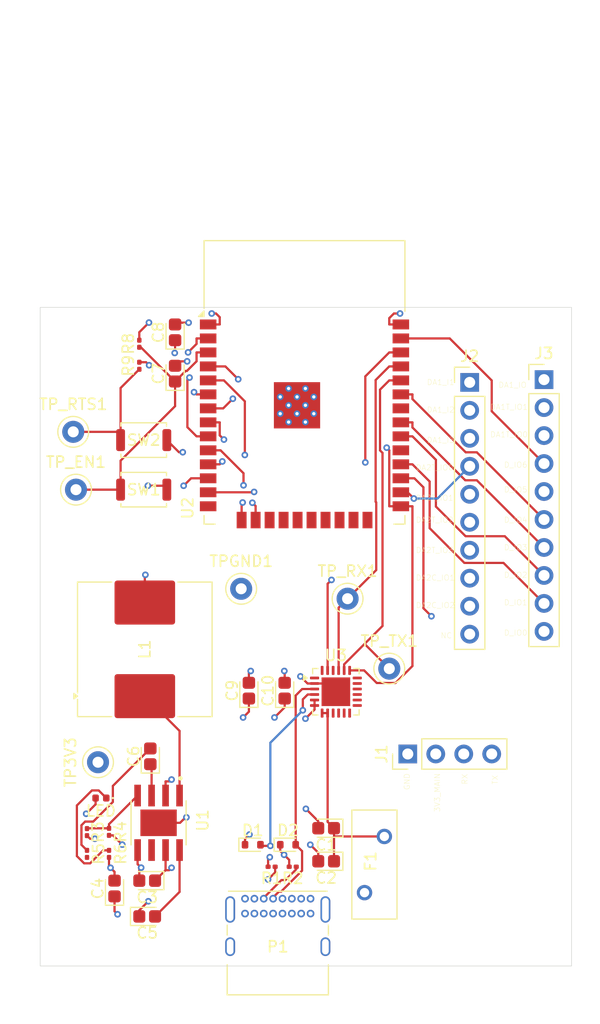
<source format=kicad_pcb>
(kicad_pcb (version 20241229) (generator "pcbnew") (generator_version "9.0")
  (layers (0 "F.Cu" signal "Top") (4 "In1.Cu" signal "GND") (6 "In2.Cu" signal "PWR") (2 "B.Cu" signal "Bottom") (13 "F.Paste" user) (15 "B.Paste" user) (5 "F.SilkS" user "F.Silkscreen") (7 "B.SilkS" user "B.Silkscreen") (1 "F.Mask" user) (3 "B.Mask" user) (25 "Edge.Cuts" user))
  (net 0 "")
  (net 1 "GND")
  (net 2 "/5V_USB_POWER")
  (net 3 "/3V3_MAIN")
  (net 4 "Net-(U1-BST)")
  (net 5 "Net-(U1-COMP)")
  (net 6 "Net-(C6-Pad2)")
  (net 7 "/DTR_EN")
  (net 8 "/D-")
  (net 9 "/D+")
  (net 10 "Net-(D3-K)")
  (net 11 "/RX")
  (net 12 "/TX")
  (net 13 "/DA1_I1")
  (net 14 "/DA2T_IO1")
  (net 15 "/DA2C_IO2")
  (net 17 "/DA1_I2")
  (net 18 "/DA1_I3")
  (net 19 "/DA2C_IO1")
  (net 20 "/DA2T_IO0")
  (net 21 "/DA2T_IO3")
  (net 22 "/DA2T_IO2")
  (net 23 "/D_IO3")
  (net 24 "/D_IO0")
  (net 25 "/DA1T_IO0")
  (net 26 "/D_IO2")
  (net 27 "/DA1T_IO1")
  (net 28 "/D_IO1")
  (net 29 "/DA1_I0")
  (net 30 "/D_IO6")
  (net 31 "/D_IO4")
  (net 32 "/D_IO5")
  (net 33 "Net-(U1-SW)")
  (net 34 "Net-(F1-Pad1)")
  (net 35 "Net-(P1-CC)")
  (net 36 "Net-(P1-VCONN)")
  (net 37 "/FB")
  (net 38 "/RTS_IO0")
  (footprint "Package_DFN_QFN:QFN-24-1EP_4x4mm_P0.5mm_EP2.6x2.6mm" (layer "F.Cu") (at 156 103.56)
    (property "Reference" "U3")
    (property "Value" "CP2102N-Axx-xQFN24" (hide yes))
  )
  (footprint "Button_Switch_SMD:SW_Push_SPST_NO_Alps_SKRK" (layer "F.Cu") (at 138.55 80.71)
    (property "Reference" "SW2")
    (property "Value" "SW_Push" (hide yes))
  )
  (footprint "Capacitor_Tantalum_SMD:CP_EIA-1608-10_AVX-L" (layer "F.Cu") (at 155.115 118.95 180)
    (property "Reference" "C2")
    (property "Value" "0.1uF" (hide yes))
  )
  (footprint "TestPoint:TestPoint_Keystone_5000-5004_Miniature" (layer "F.Cu") (at 157.0625 95.11)
    (property "Reference" "TP_RX1")
    (property "Value" "TestPoint" (hide yes))
  )
  (footprint "Resistor_SMD:R_0201_0603Metric" (layer "F.Cu") (at 150.165 119.45 180)
    (property "Reference" "R1")
    (property "Value" "5.1KΩ" (hide yes))
  )
  (footprint "Connector_PinHeader_2.54mm:PinHeader_1x04_P2.54mm_Vertical" (layer "F.Cu") (at 162.53 109.21 90)
    (property "Reference" "J1")
    (property "Value" "Conn_01x04_Pin")
  )
  (footprint "Capacitor_Tantalum_SMD:CP_EIA-1608-10_AVX-L" (layer "F.Cu") (at 138.865 123.96)
    (property "Reference" "C5")
    (property "Value" "22uF" (hide yes))
  )
  (footprint "Connector_PinHeader_2.54mm:PinHeader_1x10_P2.54mm_Vertical" (layer "F.Cu") (at 174.9 75.22)
    (property "Reference" "J3")
    (property "Value" "Conn_01x10_Socket")
  )
  (footprint "Resistor_SMD:R_0201_0603Metric" (layer "F.Cu") (at 135.4 116.28 -90)
    (property "Reference" "R4")
    (property "Value" "100KΩ" (hide yes))
  )
  (footprint "Capacitor_Tantalum_SMD:CP_EIA-1608-10_AVX-L" (layer "F.Cu") (at 148.1 103.46 90)
    (property "Reference" "C9")
    (property "Value" "0.1µF" (hide yes))
  )
  (footprint "Capacitor_Tantalum_SMD:CP_EIA-1608-10_AVX-L" (layer "F.Cu") (at 155.115 115.95 180)
    (property "Reference" "C1")
    (property "Value" "10uF" (hide yes))
  )
  (footprint "Inductor_SMD:L_Coilcraft_MSS1246H-XXX" (layer "F.Cu") (at 138.65 99.71 90)
    (property "Reference" "L1")
    (property "Value" "3uH" (hide yes))
  )
  (footprint "Fuse:Fuse_BelFuse_0ZRE0025FF_L9.6mm_W3.8mm" (layer "F.Cu") (at 158.6 121.8 90)
    (property "Reference" "F1")
    (property "Value" "Fuse" (hide yes))
  )
  (footprint "TestPoint:TestPoint_Keystone_5000-5004_Miniature" (layer "F.Cu") (at 132.15 79.96)
    (property "Reference" "TP_RTS1")
    (property "Value" "TestPoint" (hide yes))
  )
  (footprint "TestPoint:TestPoint_Keystone_5000-5004_Miniature" (layer "F.Cu") (at 132.4 85.21)
    (property "Reference" "TP_EN1")
    (property "Value" "TestPoint" (hide yes))
  )
  (footprint "Diode_SMD:D_SOD-523" (layer "F.Cu") (at 151.65 117.45)
    (property "Reference" "D2")
    (property "Value" "ESD5Zxx" (hide yes))
  )
  (footprint "Resistor_SMD:R_0201_0603Metric" (layer "F.Cu") (at 152.08 119.45 180)
    (property "Reference" "R2")
    (property "Value" "5.1KΩ" (hide yes))
  )
  (footprint "Resistor_SMD:R_0201_0603Metric" (layer "F.Cu") (at 138.15 73.96 -90)
    (property "Reference" "R9")
    (property "Value" "10KΩ" (hide yes))
  )
  (footprint "LED_SMD:LED_0402_1005Metric" (layer "F.Cu") (at 134.665 113.21 180)
    (property "Reference" "LED")
    (property "Value" "LED" (hide yes))
  )
  (footprint "TestPoint:TestPoint_Keystone_5000-5004_Miniature" (layer "F.Cu") (at 147.4 94.21)
    (property "Reference" "TPGND1")
    (property "Value" "TestPoint" (hide yes))
  )
  (footprint "Resistor_SMD:R_0201_0603Metric" (layer "F.Cu") (at 133.4 116.305 90)
    (property "Reference" "R3")
    (property "Value" "31KΩ" (hide yes))
  )
  (footprint "RF_Module:ESP32-WROOM-32" (layer "F.Cu") (at 153.15 78.46)
    (property "Reference" "U2")
    (property "Value" "ESP32-WROOM-32")
  )
  (footprint "Diode_SMD:D_SOD-523" (layer "F.Cu") (at 148.45 117.45)
    (property "Reference" "D1")
    (property "Value" "ESD5Zxx" (hide yes))
  )
  (footprint "Capacitor_Tantalum_SMD:CP_EIA-1608-10_AVX-L" (layer "F.Cu") (at 135.9 121.425 90)
    (property "Reference" "C4")
    (property "Value" "22uF" (hide yes))
  )
  (footprint "Resistor_SMD:R_0201_0603Metric" (layer "F.Cu") (at 138.15 71.96 -90)
    (property "Reference" "R8")
    (property "Value" "10KΩ" (hide yes))
  )
  (footprint "TestPoint:TestPoint_Keystone_5000-5004_Miniature" (layer "F.Cu") (at 134.4 109.96 90)
    (property "Reference" "TP3V3")
    (property "Value" "TestPoint" (hide yes))
  )
  (footprint "Capacitor_Tantalum_SMD:CP_EIA-1608-10_AVX-L" (layer "F.Cu") (at 141.4 70.925 90)
    (property "Reference" "C8")
    (property "Value" "0.1µF" (hide yes))
  )
  (footprint "TestPoint:TestPoint_Keystone_5000-5004_Miniature" (layer "F.Cu") (at 160.85 101.46)
    (property "Reference" "TP_TX1")
    (property "Value" "TestPoint" (hide yes))
  )
  (footprint "Button_Switch_SMD:SW_Push_SPST_NO_Alps_SKRK" (layer "F.Cu") (at 138.55 85.21)
    (property "Reference" "SW1")
    (property "Value" "SW_Push" (hide yes))
  )
  (footprint "Capacitor_Tantalum_SMD:CP_EIA-1608-10_AVX-L" (layer "F.Cu") (at 151.35 103.46 90)
    (property "Reference" "C10")
    (property "Value" "0.1µF" (hide yes))
  )
  (footprint "MP1584EN_Buck_convertor:MP1584EN_Buck_convertor" (layer "F.Cu") (at 139.9 115.46 -90)
    (property "Reference" "U1")
    (property "Value" "MP1584EN-LF-Z" (hide yes))
  )
  (footprint "Connector_PinHeader_2.54mm:PinHeader_1x10_P2.54mm_Vertical" (layer "F.Cu") (at 168.15 75.47)
    (property "Reference" "J2")
    (property "Value" "Conn_01x10_Socket")
  )
  (footprint "Capacitor_Tantalum_SMD:CP_EIA-1608-10_AVX-L" (layer "F.Cu") (at 139.15 109.425 90)
    (property "Reference" "C6")
    (property "Value" "10nF" (hide yes))
  )
  (footprint "Capacitor_Tantalum_SMD:CP_EIA-1608-10_AVX-L" (layer "F.Cu") (at 141.4 74.675 90)
    (property "Reference" "C7")
    (property "Value" "100nF" (hide yes))
  )
  (footprint "Resistor_SMD:R_0201_0603Metric" (layer "F.Cu") (at 135.4 118.28 -90)
    (property "Reference" "R6")
    (property "Value" "1KΩ" (hide yes))
  )
  (footprint "Connector_USB:USB_C_Receptacle_GCT_USB4085" (layer "F.Cu") (at 147.75 122.35)
    (property "Reference" "P1")
    (property "Value" "USB_C_Plug_USB2.0" (hide yes))
  )
  (footprint "Resistor_SMD:R_0201_0603Metric" (layer "F.Cu") (at 133.4 118.28 -90)
    (property "Reference" "R5")
    (property "Value" "10KΩ" (hide yes))
  )
  (footprint "Capacitor_Tantalum_SMD:CP_EIA-1608-10_AVX-L" (layer "F.Cu") (at 138.865 120.71 180)
    (property "Reference" "C3")
    (property "Value" "10uF" (hide yes))
  )
  (gr_rect (start 129.15 68.66) (end 177.4 128.46) (stroke (width 0.05)) (fill no) (layer "Edge.Cuts"))
  (gr_text "DA1_I1" (at 164.25 75.75 0) (layer "F.SilkS") (effects (font (size 0.5 0.5) (thickness 0.025)) (justify left bottom)))
  (gr_text "DA2T_IO2" (at 163.25 88.25 0) (layer "F.SilkS") (effects (font (size 0.5 0.5) (thickness 0.025)) (justify left bottom)))
  (gr_text "DA2T_IO0" (at 163.25 83.5 0) (layer "F.SilkS") (effects (font (size 0.5 0.5) (thickness 0.025)) (justify left bottom)))
  (gr_text "DA2C_IO1\n" (at 163.25 93.5 0) (layer "F.SilkS") (effects (font (size 0.5 0.5) (thickness 0.025)) (justify left bottom)))
  (gr_text "DA2T_IO1" (at 163.25 86.25 0) (layer "F.SilkS") (effects (font (size 0.5 0.5) (thickness 0.025)) (justify left bottom)))
  (gr_text "D_IO5\n" (at 171.25 85.5 0) (layer "F.SilkS") (effects (font (size 0.5 0.5) (thickness 0.025)) (justify left bottom)))
  (gr_text "GND\n" (at 162.75 112.5 90) (layer "F.SilkS") (effects (font (size 0.5 0.5) (thickness 0.025)) (justify left bottom)))
  (gr_text "DA1_I3" (at 164.25 81 0) (layer "F.SilkS") (effects (font (size 0.5 0.5) (thickness 0.025)) (justify left bottom)))
  (gr_text "D_IO0\n" (at 171.25 98.5 0) (layer "F.SilkS") (effects (font (size 0.5 0.5) (thickness 0.025)) (justify left bottom)))
  (gr_text "DA2C_IO2\n" (at 163.25 96 0) (layer "F.SilkS") (effects (font (size 0.5 0.5) (thickness 0.025)) (justify left bottom)))
  (gr_text "NC" (at 165.5 98.75 0) (layer "F.SilkS") (effects (font (size 0.5 0.5) (thickness 0.025)) (justify left bottom)))
  (gr_text "D_IO1\n" (at 171.25 95.75 0) (layer "F.SilkS") (effects (font (size 0.5 0.5) (thickness 0.025)) (justify left bottom)))
  (gr_text "D_IO3\n" (at 171.25 90.75 0) (layer "F.SilkS") (effects (font (size 0.5 0.5) (thickness 0.025)) (justify left bottom)))
  (gr_text "DA1_IO\n" (at 170.75 76 0) (layer "F.SilkS") (effects (font (size 0.5 0.5) (thickness 0.025)) (justify left bottom)))
  (gr_text "D_IO6\n" (at 171.25 83.25 0) (layer "F.SilkS") (effects (font (size 0.5 0.5) (thickness 0.025)) (justify left bottom)))
  (gr_text "D_IO2\n" (at 171.25 93.25 0) (layer "F.SilkS") (effects (font (size 0.5 0.5) (thickness 0.025)) (justify left bottom)))
  (gr_text "TX\n" (at 170.75 112 90) (layer "F.SilkS") (effects (font (size 0.5 0.5) (thickness 0.025)) (justify left bottom)))
  (gr_text "DA2T_IO3\n" (at 163.25 91 0) (layer "F.SilkS") (effects (font (size 0.5 0.5) (thickness 0.025)) (justify left bottom)))
  (gr_text "RX\n" (at 168 112 90) (layer "F.SilkS") (effects (font (size 0.5 0.5) (thickness 0.025)) (justify left bottom)))
  (gr_text "D_IO4\n" (at 171.25 88.25 0) (layer "F.SilkS") (effects (font (size 0.5 0.5) (thickness 0.025)) (justify left bottom)))
  (gr_text "3V3_MAIN" (at 165.5 114.5 90) (layer "F.SilkS") (effects (font (size 0.5 0.5) (thickness 0.025)) (justify left bottom)))
  (gr_text "DA1T_IO1\n" (at 170 78 0) (layer "F.SilkS") (effects (font (size 0.5 0.5) (thickness 0.025)) (justify left bottom)))
  (gr_text "DA1_I2\n" (at 164.25 78.25 0) (layer "F.SilkS") (effects (font (size 0.5 0.5) (thickness 0.025)) (justify left bottom)))
  (gr_text "DA1T_IO0\n" (at 170 80.5 0) (layer "F.SilkS") (effects (font (size 0.5 0.5) (thickness 0.025)) (justify left bottom)))
  (segment (start 148.1 101.8402) (end 148.1 102.745) (width 0.2) (layer "F.Cu") (net 1))
  (segment (start 147.5325 86.3775) (end 147.44 86.47) (width 0.2) (layer "F.Cu") (net 1))
  (segment (start 152.47 76.7875) (end 152.47 76.025) (width 0.2) (layer "F.Cu") (net 1))
  (segment (start 153.4268 102.81) (end 154.0625 102.81) (width 0.2) (layer "F.Cu") (net 1))
  (segment (start 145.1176 69.215) (end 145.4517 69.5491) (width 0.2) (layer "F.Cu") (net 1))
  (segment (start 138.15 119.7002) (end 138.15 120.71) (width 0.2) (layer "F.Cu") (net 1))
  (segment (start 161.825 69.215) (end 161.2682 69.215) (width 0.2) (layer "F.Cu") (net 1))
  (segment (start 148.267 101.6732) (end 148.1 101.8402) (width 0.2) (layer "F.Cu") (net 1))
  (segment (start 140.2937 84.8537) (end 140.65 85.21) (width 0.2) (layer "F.Cu") (net 1))
  (segment (start 135.9 119.9088) (end 135.9 120.71) (width 0.2) (layer "F.Cu") (net 1))
  (segment (start 144.4 70.21) (end 145.4517 70.21) (width 0.2) (layer "F.Cu") (net 1))
  (segment (start 142.425 114.965) (end 142.3467 114.965) (width 0.2) (layer "F.Cu") (net 1))
  (segment (start 147.44 86.47) (end 147.44 87.97) (width 0.2) (layer "F.Cu") (net 1))
  (segment (start 161.9 70.21) (end 160.8483 70.21) (width 0.2) (layer "F.Cu") (net 1))
  (segment (start 141.8006 73.5594) (end 141.4 73.96) (width 0.2) (layer "F.Cu") (net 1))
  (segment (start 137.995 117.935) (end 137.995 119.2217) (width 0.2) (layer "F.Cu") (net 1))
  (segment (start 153.995 76.7875) (end 153.995 76.025) (width 0.2) (layer "F.Cu") (net 1))
  (segment (start 145.4517 69.5491) (end 145.4517 70.21) (width 0.2) (layer "F.Cu") (net 1))
  (segment (start 138.0055 119.2217) (end 137.995 119.2217) (width 0.2) (layer "F.Cu") (net 1))
  (segment (start 154.4 115.3157) (end 154.4 115.95) (width 0.2) (layer "F.Cu") (net 1))
  (segment (start 142.3467 114.965) (end 141.8517 115.46) (width 0.2) (layer "F.Cu") (net 1))
  (segment (start 148.1494 116.5297) (end 147.75 116.9291) (width 0.2) (layer "F.Cu") (net 1))
  (segment (start 141.7507 81.8107) (end 140.65 80.71) (width 0.2) (layer "F.Cu") (net 1))
  (segment (start 152.7829 102.1661) (end 153.4268 102.81) (width 0.2) (layer "F.Cu") (net 1))
  (segment (start 154.0625 102.81) (end 155.25 102.81) (width 0.2) (layer "F.Cu") (net 1))
  (segment (start 151.76 119.45) (end 151.76 118.8261) (width 0.2) (layer "F.Cu") (net 1))
  (segment (start 150.945 78.3125) (end 150.945 79.075) (width 0.2) (layer "F.Cu") (net 1))
  (segment (start 149.9969 118.5799) (end 149.845 118.7318) (width 0.2) (layer "F.Cu") (net 1))
  (segment (start 149.845 118.7318) (end 149.845 119.45) (width 0.2) (layer "F.Cu") (net 1))
  (segment (start 135.4 119.4088) (end 135.5344 119.5432) (width 0.2) (layer "F.Cu") (net 1))
  (segment (start 155.25 102.81) (end 156 103.56) (width 0.2) (layer "F.Cu") (net 1))
  (segment (start 135.759 116.6) (end 135.4 116.6) (width 0.2) (layer "F.Cu") (net 1))
  (segment (start 136.6002 117.4412) (end 135.759 116.6) (width 0.2) (layer "F.Cu") (net 1))
  (segment (start 160.8483 69.6349) (end 160.8483 70.21) (width 0.2) (layer "F.Cu") (net 1))
  (segment (start 139.9 115.46) (end 141.8517 115.46) (width 0.2) (layer "F.Cu") (net 1))
  (segment (start 151.76 118.8261) (end 151.2954 118.3615) (width 0.2) (layer "F.Cu") (net 1))
  (segment (start 161.2682 69.215) (end 160.8483 69.6349) (width 0.2) (layer "F.Cu") (net 1))
  (segment (start 138.9246 84.8537) (end 140.2937 84.8537) (width 0.2) (layer "F.Cu") (net 1))
  (segment (start 153.275 114.1907) (end 154.4 115.3157) (width 0.2) (layer "F.Cu") (net 1))
  (segment (start 152.47 78.3125) (end 152.47 79.075) (width 0.2) (layer "F.Cu") (net 1))
  (segment (start 135.5344 119.5432) (end 135.9 119.9088) (width 0.2) (layer "F.Cu") (net 1))
  (segment (start 141.5622 70.0478) (end 141.4 70.21) (width 0.2) (layer "F.Cu") (net 1))
  (segment (start 151.35 101.7062) (end 151.35 102.745) (width 0.2) (layer "F.Cu") (net 1))
  (segment (start 153.6753 117.45) (end 154.4 118.1747) (width 0.2) (layer "F.Cu") (net 1))
  (segment (start 150.945 76.7875) (end 150.945 76.025) (width 0.2) (layer "F.Cu") (net 1))
  (segment (start 144.725 69.215) (end 145.1176 69.215) (width 0.2) (layer "F.Cu") (net 1))
  (segment (start 147.75 116.9291) (end 147.75 117.45) (width 0.2) (layer "F.Cu") (net 1))
  (segment (start 150.95 118.0161) (end 150.95 117.45) (width 0.2) (layer "F.Cu") (net 1))
  (segment (start 151.317 101.6732) (end 151.35 101.7062) (width 0.2) (layer "F.Cu") (net 1))
  (segment (start 138.317 119.5332) (end 138.15 119.7002) (width 0.2) (layer "F.Cu") (net 1))
  (segment (start 138.317 119.5332) (end 138.0055 119.2217) (width 0.2) (layer "F.Cu") (net 1))
  (segment (start 142.4949 73.5594) (end 141.8006 73.5594) (width 0.2) (layer "F.Cu") (net 1))
  (segment (start 154.4 118.1747) (end 154.4 118.95) (width 0.2) (layer "F.Cu") (net 1))
  (segment (start 135.4 118.6) (end 135.4 119.4088) (width 0.2) (layer "F.Cu") (net 1))
  (segment (start 153.995 78.3125) (end 153.995 79.075) (width 0.2) (layer "F.Cu") (net 1))
  (segment (start 142.6265 70.0478) (end 141.5622 70.0478) (width 0.2) (layer "F.Cu") (net 1))
  (segment (start 142.0949 81.8107) (end 141.7507 81.8107) (width 0.2) (layer "F.Cu") (net 1))
  (segment (start 151.2954 118.3615) (end 150.95 118.0161) (width 0.2) (layer "F.Cu") (net 1))
  (via (at 148.267 101.6732) (size 0.6) (drill 0.3) (layers "F.Cu" "B.Cu") (net 1))
  (via (at 148.1494 116.5297) (size 0.6) (drill 0.3) (layers "F.Cu" "B.Cu") (net 1))
  (via (at 153.275 114.1907) (size 0.6) (drill 0.3) (layers "F.Cu" "B.Cu") (net 1))
  (via (at 151.2954 118.3615) (size 0.6) (drill 0.3) (layers "F.Cu" "B.Cu") (net 1))
  (via (at 147.5325 86.3775) (size 0.6) (drill 0.3) (layers "F.Cu" "B.Cu") (net 1))
  (via (at 136.6002 117.4412) (size 0.6) (drill 0.3) (layers "F.Cu" "B.Cu") (net 1))
  (via (at 153.6753 117.45) (size 0.6) (drill 0.3) (layers "F.Cu" "B.Cu") (net 1))
  (via (at 142.4949 73.5594) (size 0.6) (drill 0.3) (layers "F.Cu" "B.Cu") (net 1))
  (via (at 144.725 69.215) (size 0.6) (drill 0.3) (layers "F.Cu" "B.Cu") (net 1))
  (via (at 151.317 101.6732) (size 0.6) (drill 0.3) (layers "F.Cu" "B.Cu") (net 1))
  (via (at 149.9969 118.5799) (size 0.6) (drill 0.3) (layers "F.Cu" "B.Cu") (net 1))
  (via (at 152.7829 102.1661) (size 0.6) (drill 0.3) (layers "F.Cu" "B.Cu") (net 1))
  (via (at 142.425 114.965) (size 0.6) (drill 0.3) (layers "F.Cu" "B.Cu") (net 1))
  (via (at 142.6265 70.0478) (size 0.6) (drill 0.3) (layers "F.Cu" "B.Cu") (net 1))
  (via (at 161.825 69.215) (size 0.6) (drill 0.3) (layers "F.Cu" "B.Cu") (net 1))
  (via (at 135.5344 119.5432) (size 0.6) (drill 0.3) (layers "F.Cu" "B.Cu") (net 1))
  (via (at 138.317 119.5332) (size 0.6) (drill 0.3) (layers "F.Cu" "B.Cu") (net 1))
  (via (at 142.0949 81.8107) (size 0.6) (drill 0.3) (layers "F.Cu" "B.Cu") (net 1))
  (via (at 138.9246 84.8537) (size 0.6) (drill 0.3) (layers "F.Cu" "B.Cu") (net 1))
  (segment (start 155.25 115.37) (end 155.83 115.95) (width 0.2) (layer "F.Cu") (net 2))
  (segment (start 155.83 118.95) (end 155.83 116.7) (width 0.2) (layer "F.Cu") (net 2))
  (segment (start 140.535 112.985) (end 140.535 111.6983) (width 0.2) (layer "F.Cu") (net 2))
  (segment (start 141.0775 111.497) (end 141.0775 111.5325) (width 0.2) (layer "F.Cu") (net 2))
  (segment (start 139.58 120.71) (end 140.5245 119.7655) (width 0.2) (layer "F.Cu") (net 2))
  (segment (start 140.535 119.7655) (end 140.8528 119.7655) (width 0.2) (layer "F.Cu") (net 2))
  (segment (start 155.83 116.7) (end 160.4 116.7) (width 0.2) (layer "F.Cu") (net 2))
  (segment (start 140.535 111.6983) (end 140.9118 111.6983) (width 0.2) (layer "F.Cu") (net 2))
  (segment (start 140.5245 119.7655) (end 140.535 119.7655) (width 0.2) (layer "F.Cu") (net 2))
  (segment (start 140.9118 111.6983) (end 141.0775 111.5326) (width 0.2) (layer "F.Cu") (net 2))
  (segment (start 140.8528 119.7655) (end 141.0775 119.5408) (width 0.2) (layer "F.Cu") (net 2))
  (segment (start 155.25 105.4975) (end 155.25 115.37) (width 0.2) (layer "F.Cu") (net 2))
  (segment (start 140.535 119.7655) (end 140.535 117.935) (width 0.2) (layer "F.Cu") (net 2))
  (segment (start 141.0775 111.5325) (end 141.0775 111.5326) (width 0.2) (layer "F.Cu") (net 2))
  (segment (start 155.25 105.4975) (end 154.75 105.4975) (width 0.2) (layer "F.Cu") (net 2))
  (segment (start 155.83 116.7) (end 155.83 115.95) (width 0.2) (layer "F.Cu") (net 2))
  (via (at 141.0775 119.5408) (size 0.6) (drill 0.3) (layers "F.Cu" "B.Cu") (net 2))
  (via (at 141.0775 111.5326) (size 0.6) (drill 0.3) (layers "F.Cu" "B.Cu") (net 2))
  (segment (start 143.3483 71.9743) (end 143.3483 71.48) (width 0.2) (layer "F.Cu") (net 3))
  (segment (start 134.1124 116.9073) (end 133.6823 116.9073) (width 0.2) (layer "F.Cu") (net 3))
  (segment (start 154.0625 104.81) (end 154.0625 104.31) (width 0.2) (layer "F.Cu") (net 3))
  (segment (start 133.3238 114.6398) (end 134.18 113.7836) (width 0.2) (layer "F.Cu") (net 3))
  (segment (start 138.7675 73.64) (end 138.15 73.64) (width 0.2) (layer "F.Cu") (net 3))
  (segment (start 135.9 123.4917) (end 135.9 122.14) (width 0.2) (layer "F.Cu") (net 3))
  (segment (start 133.6823 116.9073) (end 133.4 116.625) (width 0.2) (layer "F.Cu") (net 3))
  (segment (start 138.15 123.4031) (end 138.15 123.96) (width 0.2) (layer "F.Cu") (net 3))
  (segment (start 147.575 105.8967) (end 148.1 105.3717) (width 0.2) (layer "F.Cu") (net 3))
  (segment (start 136.175 123.7667) (end 135.9 123.4917) (width 0.2) (layer "F.Cu") (net 3))
  (segment (start 154.0625 105.1787) (end 154.0625 104.81) (width 0.2) (layer "F.Cu") (net 3))
  (segment (start 138.7014 92.9419) (end 138.65 92.9933) (width 0.2) (layer "F.Cu") (net 3))
  (segment (start 138.9693 122.5838) (end 138.15 123.4031) (width 0.2) (layer "F.Cu") (net 3))
  (segment (start 151.35 104.9717) (end 151.35 104.175) (width 0.2) (layer "F.Cu") (net 3))
  (segment (start 138.15 70.9148) (end 138.15 71.64) (width 0.2) (layer "F.Cu") (net 3))
  (segment (start 134.18 113.7836) (end 134.18 113.21) (width 0.2) (layer "F.Cu") (net 3))
  (segment (start 139.025 70.0398) (end 138.15 70.9148) (width 0.2) (layer "F.Cu") (net 3))
  (segment (start 142.5778 72.7448) (end 143.3483 71.9743) (width 0.2) (layer "F.Cu") (net 3))
  (segment (start 150.425 105.8967) (end 151.35 104.9717) (width 0.2) (layer "F.Cu") (net 3))
  (segment (start 139.0406 73.9131) (end 138.7675 73.64) (width 0.2) (layer "F.Cu") (net 3))
  (segment (start 144.4 71.48) (end 143.3483 71.48) (width 0.2) (layer "F.Cu") (net 3))
  (segment (start 141.3639 72.8) (end 141.4 72.7639) (width 0.2) (layer "F.Cu") (net 3))
  (segment (start 138.65 92.9933) (end 138.65 95.46) (width 0.2) (layer "F.Cu") (net 3))
  (segment (start 148.1 105.3717) (end 148.1 104.175) (width 0.2) (layer "F.Cu") (net 3))
  (segment (start 141.4 72.7639) (end 141.4 71.64) (width 0.2) (layer "F.Cu") (net 3))
  (segment (start 153.2374 106.0038) (end 154.0625 105.1787) (width 0.2) (layer "F.Cu") (net 3))
  (via (at 153.2374 106.0038) (size 0.6) (drill 0.3) (layers "F.Cu" "B.Cu") (net 3))
  (via (at 141.3639 72.8) (size 0.6) (drill 0.3) (layers "F.Cu" "B.Cu") (net 3))
  (via (at 139.0406 73.9131) (size 0.6) (drill 0.3) (layers "F.Cu" "B.Cu") (net 3))
  (via (at 147.575 105.8967) (size 0.6) (drill 0.3) (layers "F.Cu" "B.Cu") (net 3))
  (via (at 150.425 105.8967) (size 0.6) (drill 0.3) (layers "F.Cu" "B.Cu") (net 3))
  (via (at 133.3238 114.6398) (size 0.6) (drill 0.3) (layers "F.Cu" "B.Cu") (net 3))
  (via (at 136.175 123.7667) (size 0.6) (drill 0.3) (layers "F.Cu" "B.Cu") (net 3))
  (via (at 142.5778 72.7448) (size 0.6) (drill 0.3) (layers "F.Cu" "B.Cu") (net 3))
  (via (at 138.9693 122.5838) (size 0.6) (drill 0.3) (layers "F.Cu" "B.Cu") (net 3))
  (via (at 134.1124 116.9073) (size 0.6) (drill 0.3) (layers "F.Cu" "B.Cu") (net 3))
  (via (at 139.025 70.0398) (size 0.6) (drill 0.3) (layers "F.Cu" "B.Cu") (net 3))
  (via (at 138.7014 92.9419) (size 0.6) (drill 0.3) (layers "F.Cu" "B.Cu") (net 3))
  (segment (start 141.805 117.935) (end 141.805 121.735) (width 0.2) (layer "F.Cu") (net 4))
  (segment (start 141.805 121.735) (end 139.58 123.96) (width 0.2) (layer "F.Cu") (net 4))
  (segment (start 139.265 112.985) (end 139.265 110.255) (width 0.2) (layer "F.Cu") (net 5))
  (segment (start 139.265 110.255) (end 139.15 110.14) (width 0.2) (layer "F.Cu") (net 5))
  (segment (start 133.9681 115.348) (end 133.2312 115.348) (width 0.2) (layer "F.Cu") (net 6))
  (segment (start 135.7473 112.1127) (end 135.7473 113.5688) (width 0.2) (layer "F.Cu") (net 6))
  (segment (start 135.7473 113.5688) (end 133.9681 115.348) (width 0.2) (layer "F.Cu") (net 6))
  (segment (start 139.15 108.71) (end 135.7473 112.1127) (width 0.2) (layer "F.Cu") (net 6))
  (segment (start 133.2312 115.348) (end 132.8962 115.683) (width 0.2) (layer "F.Cu") (net 6))
  (segment (start 132.8962 115.683) (end 132.8962 117.4562) (width 0.2) (layer "F.Cu") (net 6))
  (segment (start 132.8962 117.4562) (end 133.4 117.96) (width 0.2) (layer "F.Cu") (net 6))
  (segment (start 143.3483 73.5569) (end 142.4743 74.4309) (width 0.2) (layer "F.Cu") (net 7))
  (segment (start 155.25 101.6225) (end 155.25 93.7556) (width 0.2) (layer "F.Cu") (net 7))
  (segment (start 142.3591 74.4309) (end 141.4 75.39) (width 0.2) (layer "F.Cu") (net 7))
  (segment (start 138.29 72.28) (end 138.15 72.28) (width 0.2) (layer "F.Cu") (net 7))
  (segment (start 141.4 75.39) (end 138.29 72.28) (width 0.2) (layer "F.Cu") (net 7))
  (segment (start 136.45 85.21) (end 136.45 82.5779) (width 0.2) (layer "F.Cu") (net 7))
  (segment (start 141.4 77.6279) (end 141.4 75.39) (width 0.2) (layer "F.Cu") (net 7))
  (segment (start 155.25 93.7556) (end 155.6009 93.4047) (width 0.2) (layer "F.Cu") (net 7))
  (segment (start 132.4 85.21) (end 136.45 85.21) (width 0.2) (layer "F.Cu") (net 7))
  (segment (start 136.45 82.5779) (end 141.4 77.6279) (width 0.2) (layer "F.Cu") (net 7))
  (segment (start 143.3483 72.75) (end 143.3483 73.5569) (width 0.2) (layer "F.Cu") (net 7))
  (segment (start 144.4 72.75) (end 143.3483 72.75) (width 0.2) (layer "F.Cu") (net 7))
  (segment (start 142.4743 74.4309) (end 142.3591 74.4309) (width 0.2) (layer "F.Cu") (net 7))
  (via (at 155.6009 93.4047) (size 0.6) (drill 0.3) (layers "F.Cu" "B.Cu") (net 7))
  (segment (start 153.44 103.81) (end 152.997085 104.252915) (width 0.2) (layer "F.Cu") (net 8))
  (segment (start 154.0625 103.81) (end 153.44 103.81) (width 0.2) (layer "F.Cu") (net 8))
  (segment (start 149.2526 117.5526) (end 149.15 117.45) (width 0.2) (layer "F.Cu") (net 8))
  (segment (start 150.05 117.5526) (end 149.2526 117.5526) (width 0.2) (layer "F.Cu") (net 8))
  (segment (start 152.997085 104.252915) (end 152.997085 105.240745) (width 0.2) (layer "F.Cu") (net 8))
  (via (at 150.05 117.5526) (size 0.6) (drill 0.3) (layers "F.Cu" "B.Cu") (net 8))
  (via (at 152.997085 105.240745) (size 0.6) (drill 0.3) (layers "F.Cu" "B.Cu") (net 8))
  (segment (start 152.997085 105.240745) (end 150.05 108.18783) (width 0.2) (layer "B.Cu") (net 8))
  (segment (start 150.05 108.18783) (end 150.05 117.5526) (width 0.2) (layer "B.Cu") (net 8))
  (segment (start 150.3 122.35) (end 150.3 122.2355) (width 0.2) (layer "F.Cu") (net 9))
  (segment (start 154.0625 103.31) (end 152.94 103.31) (width 0.2) (layer "F.Cu") (net 9))
  (segment (start 152.9321 119.8008) (end 152.9321 118.0321) (width 0.2) (layer "F.Cu") (net 9))
  (segment (start 152.35 103.9) (end 152.35 117.45) (width 0.2) (layer "F.Cu") (net 9))
  (segment (start 151.0346 121.6983) (end 152.9321 119.8008) (width 0.2) (layer "F.Cu") (net 9))
  (segment (start 152.9321 118.0321) (end 152.35 117.45) (width 0.2) (layer "F.Cu") (net 9))
  (segment (start 152.94 103.31) (end 152.35 103.9) (width 0.2) (layer "F.Cu") (net 9))
  (segment (start 150.3 122.2355) (end 150.8372 121.6983) (width 0.2) (layer "F.Cu") (net 9))
  (segment (start 150.8372 121.6983) (end 151.0346 121.6983) (width 0.2) (layer "F.Cu") (net 9))
  (segment (start 135.15 113.21) (end 134.4598 112.5198) (width 0.2) (layer "F.Cu") (net 10))
  (segment (start 134.4598 112.5198) (end 133.846 112.5198) (width 0.2) (layer "F.Cu") (net 10))
  (segment (start 133.6832 119.1402) (end 134.8634 117.96) (width 0.2) (layer "F.Cu") (net 10))
  (segment (start 132.4807 118.4794) (end 133.1415 119.1402) (width 0.2) (layer "F.Cu") (net 10))
  (segment (start 132.4807 113.8851) (end 132.4807 118.4794) (width 0.2) (layer "F.Cu") (net 10))
  (segment (start 133.1415 119.1402) (end 133.6832 119.1402) (width 0.2) (layer "F.Cu") (net 10))
  (segment (start 134.8634 117.96) (end 135.4 117.96) (width 0.2) (layer "F.Cu") (net 10))
  (segment (start 133.846 112.5198) (end 132.4807 113.8851) (width 0.2) (layer "F.Cu") (net 10))
  (segment (start 159.6091 75.2592) (end 159.6091 86.3093) (width 0.2) (layer "F.Cu") (net 11))
  (segment (start 159.6653 86.3655) (end 159.6653 92.5072) (width 0.2) (layer "F.Cu") (net 11))
  (segment (start 161.9 74.02) (end 160.8483 74.02) (width 0.2) (layer "F.Cu") (net 11))
  (segment (start 156.25 95.9225) (end 156.25 101.6225) (width 0.2) (layer "F.Cu") (net 11))
  (segment (start 159.6091 86.3093) (end 159.6653 86.3655) (width 0.2) (layer "F.Cu") (net 11))
  (segment (start 157.0625 95.11) (end 156.25 95.9225) (width 0.2) (layer "F.Cu") (net 11))
  (segment (start 160.8483 74.02) (end 159.6091 75.2592) (width 0.2) (layer "F.Cu") (net 11))
  (segment (start 159.6653 92.5072) (end 157.0625 95.11) (width 0.2) (layer "F.Cu") (net 11))
  (segment (start 160.0108 76.1275) (end 160.0108 81.6464) (width 0.2) (layer "F.Cu") (net 12))
  (segment (start 160.0108 81.6464) (end 160.2343 81.8699) (width 0.2) (layer "F.Cu") (net 12))
  (segment (start 160.8483 75.29) (end 160.0108 76.1275) (width 0.2) (layer "F.Cu") (net 12))
  (segment (start 158.605 99.2149) (end 156.75 101.0699) (width 0.2) (layer "F.Cu") (net 12))
  (segment (start 160.2343 81.8699) (end 160.2343 97.5856) (width 0.2) (layer "F.Cu") (net 12))
  (segment (start 161.9 75.29) (end 160.8483 75.29) (width 0.2) (layer "F.Cu") (net 12))
  (segment (start 156.75 101.0699) (end 156.75 101.6225) (width 0.2) (layer "F.Cu") (net 12))
  (segment (start 160.2343 97.5856) (end 158.605 99.2149) (width 0.2) (layer "F.Cu") (net 12))
  (segment (start 158.605 99.2149) (end 160.85 101.46) (width 0.2) (layer "F.Cu") (net 12))
  (segment (start 145.7675 77.83) (end 146.6442 76.9533) (width 0.2) (layer "F.Cu") (net 13))
  (segment (start 144.4 77.83) (end 145.7675 77.83) (width 0.2) (layer "F.Cu") (net 13))
  (via (at 146.6442 76.9533) (size 0.6) (drill 0.3) (layers "F.Cu" "B.Cu") (net 13))
  (segment (start 148.71 86.6913) (end 148.4163 86.3976) (width 0.2) (layer "F.Cu") (net 14))
  (segment (start 148.71 87.97) (end 148.71 86.6913) (width 0.2) (layer "F.Cu") (net 14))
  (via (at 148.4163 86.3976) (size 0.6) (drill 0.3) (layers "F.Cu" "B.Cu") (net 14))
  (segment (start 145.4517 82.8847) (end 145.4517 82.91) (width 0.2) (layer "F.Cu") (net 15))
  (segment (start 145.6877 82.6487) (end 145.4517 82.8847) (width 0.2) (layer "F.Cu") (net 15))
  (segment (start 144.4 82.91) (end 145.4517 82.91) (width 0.2) (layer "F.Cu") (net 15))
  (via (at 145.6877 82.6487) (size 0.6) (drill 0.3) (layers "F.Cu" "B.Cu") (net 15))
  (segment (start 147.1313 75.1853) (end 145.966 74.02) (width 0.2) (layer "F.Cu") (net 17))
  (segment (start 145.966 74.02) (end 144.4 74.02) (width 0.2) (layer "F.Cu") (net 17))
  (via (at 147.1313 75.1853) (size 0.6) (drill 0.3) (layers "F.Cu" "B.Cu") (net 17))
  (segment (start 147.7317 77.1899) (end 145.8318 75.29) (width 0.2) (layer "F.Cu") (net 18))
  (segment (start 145.8318 75.29) (end 145.4517 75.29) (width 0.2) (layer "F.Cu") (net 18))
  (segment (start 144.4 75.29) (end 145.4517 75.29) (width 0.2) (layer "F.Cu") (net 18))
  (segment (start 147.7317 82.0613) (end 147.7317 77.1899) (width 0.2) (layer "F.Cu") (net 18))
  (via (at 147.7317 82.0613) (size 0.6) (drill 0.3) (layers "F.Cu" "B.Cu") (net 18))
  (segment (start 147.6118 83.7219) (end 147.6118 84.8153) (width 0.2) (layer "F.Cu") (net 19))
  (segment (start 144.4 81.64) (end 145.4517 81.64) (width 0.2) (layer "F.Cu") (net 19))
  (segment (start 145.4517 81.64) (end 145.5299 81.64) (width 0.2) (layer "F.Cu") (net 19))
  (segment (start 145.5299 81.64) (end 147.6118 83.7219) (width 0.2) (layer "F.Cu") (net 19))
  (via (at 147.6118 84.8153) (size 0.6) (drill 0.3) (layers "F.Cu" "B.Cu") (net 19))
  (segment (start 163.081266 86.017) (end 162.514266 85.45) (width 0.2) (layer "F.Cu") (net 20))
  (segment (start 162.514266 85.45) (end 161.9 85.45) (width 0.2) (layer "F.Cu") (net 20))
  (via (at 163.081266 86.017) (size 0.6) (drill 0.3) (layers "F.Cu" "B.Cu") (net 20))
  (segment (start 165.223 86.017) (end 163.081266 86.017) (width 0.2) (layer "B.Cu") (net 20))
  (segment (start 168.15 83.09) (end 165.223 86.017) (width 0.2) (layer "B.Cu") (net 20))
  (segment (start 142.8507 84.18) (end 144.4 84.18) (width 0.2) (layer "F.Cu") (net 21))
  (segment (start 142.1754 84.8553) (end 142.8507 84.18) (width 0.2) (layer "F.Cu") (net 21))
  (via (at 142.1754 84.8553) (size 0.6) (drill 0.3) (layers "F.Cu" "B.Cu") (net 21))
  (segment (start 144.4 85.45) (end 145.4517 85.45) (width 0.2) (layer "F.Cu") (net 22))
  (segment (start 145.4517 85.45) (end 148.5408 85.45) (width 0.2) (layer "F.Cu") (net 22))
  (segment (start 148.5408 85.45) (end 148.5738 85.417) (width 0.2) (layer "F.Cu") (net 22))
  (via (at 148.5738 85.417) (size 0.6) (drill 0.3) (layers "F.Cu" "B.Cu") (net 22))
  (segment (start 174.9 90.46) (end 168.8 84.36) (width 0.2) (layer "F.Cu") (net 23))
  (segment (start 161.9 79.1) (end 162.9517 79.1) (width 0.2) (layer "F.Cu") (net 23))
  (segment (start 168.8 84.36) (end 167.7499 84.36) (width 0.2) (layer "F.Cu") (net 23))
  (segment (start 167.7499 84.36) (end 162.9517 79.5618) (width 0.2) (layer "F.Cu") (net 23))
  (segment (start 162.9517 79.5618) (end 162.9517 79.1) (width 0.2) (layer "F.Cu") (net 23))
  (segment (start 164.675 96.7037) (end 163.9501 95.9788) (width 0.2) (layer "F.Cu") (net 24))
  (segment (start 163.13 84.18) (end 162.9517 84.18) (width 0.2) (layer "F.Cu") (net 24))
  (segment (start 163.9501 85.0001) (end 163.13 84.18) (width 0.2) (layer "F.Cu") (net 24))
  (segment (start 163.9501 95.9788) (end 163.9501 85.0001) (width 0.2) (layer "F.Cu") (net 24))
  (segment (start 161.9 84.18) (end 162.9517 84.18) (width 0.2) (layer "F.Cu") (net 24))
  (via (at 164.675 96.7037) (size 0.6) (drill 0.3) (layers "F.Cu" "B.Cu") (net 24))
  (segment (start 144.4 79.1) (end 145.4517 79.1) (width 0.2) (layer "F.Cu") (net 25))
  (segment (start 145.4517 80.2789) (end 145.8343 80.6615) (width 0.2) (layer "F.Cu") (net 25))
  (segment (start 145.4517 79.1) (end 145.4517 80.2789) (width 0.2) (layer "F.Cu") (net 25))
  (via (at 145.8343 80.6615) (size 0.6) (drill 0.3) (layers "F.Cu" "B.Cu") (net 25))
  (segment (start 165.0813 82.4996) (end 162.9517 80.37) (width 0.2) (layer "F.Cu") (net 26))
  (segment (start 171.34 89.44) (end 167.7781 89.44) (width 0.2) (layer "F.Cu") (net 26))
  (segment (start 174.9 93) (end 171.34 89.44) (width 0.2) (layer "F.Cu") (net 26))
  (segment (start 165.0813 86.7432) (end 165.0813 82.4996) (width 0.2) (layer "F.Cu") (net 26))
  (segment (start 161.9 80.37) (end 162.9517 80.37) (width 0.2) (layer "F.Cu") (net 26))
  (segment (start 167.7781 89.44) (end 165.0813 86.7432) (width 0.2) (layer "F.Cu") (net 26))
  (segment (start 142.5163 75.2238) (end 142.7075 75.0326) (width 0.2) (layer "F.Cu") (net 27))
  (segment (start 142.5163 79.538) (end 142.5163 75.2238) (width 0.2) (layer "F.Cu") (net 27))
  (segment (start 143.3483 80.37) (end 142.5163 79.538) (width 0.2) (layer "F.Cu") (net 27))
  (segment (start 144.4 80.37) (end 143.3483 80.37) (width 0.2) (layer "F.Cu") (net 27))
  (via (at 142.7075 75.0326) (size 0.6) (drill 0.3) (layers "F.Cu" "B.Cu") (net 27))
  (segment (start 164.5132 88.7081) (end 167.6668 91.8617) (width 0.2) (layer "F.Cu") (net 28))
  (segment (start 164.5132 84.4715) (end 164.5132 88.7081) (width 0.2) (layer "F.Cu") (net 28))
  (segment (start 171.2217 91.8617) (end 174.9 95.54) (width 0.2) (layer "F.Cu") (net 28))
  (segment (start 161.9 82.91) (end 162.9517 82.91) (width 0.2) (layer "F.Cu") (net 28))
  (segment (start 167.6668 91.8617) (end 171.2217 91.8617) (width 0.2) (layer "F.Cu") (net 28))
  (segment (start 162.9517 82.91) (end 164.5132 84.4715) (width 0.2) (layer "F.Cu") (net 28))
  (segment (start 143.3483 76.56) (end 143.1459 76.3576) (width 0.2) (layer "F.Cu") (net 29))
  (segment (start 143.1459 76.3576) (end 143.1181 76.3576) (width 0.2) (layer "F.Cu") (net 29))
  (segment (start 144.4 76.56) (end 143.3483 76.56) (width 0.2) (layer "F.Cu") (net 29))
  (via (at 143.1181 76.3576) (size 0.6) (drill 0.3) (layers "F.Cu" "B.Cu") (net 29))
  (segment (start 166.3356 71.48) (end 161.9 71.48) (width 0.2) (layer "F.Cu") (net 30))
  (segment (start 174.9 82.84) (end 170.1499 78.0899) (width 0.2) (layer "F.Cu") (net 30))
  (segment (start 170.1499 75.2943) (end 166.3356 71.48) (width 0.2) (layer "F.Cu") (net 30))
  (segment (start 170.1499 78.0899) (end 170.1499 75.2943) (width 0.2) (layer "F.Cu") (net 30))
  (segment (start 161.9 76.56) (end 162.9517 76.56) (width 0.2) (layer "F.Cu") (net 31))
  (segment (start 174.9 87.92) (end 168.8 81.82) (width 0.2) (layer "F.Cu") (net 31))
  (segment (start 168.8 81.82) (end 167.7874 81.82) (width 0.2) (layer "F.Cu") (net 31))
  (segment (start 162.9517 76.9843) (end 162.9517 76.56) (width 0.2) (layer "F.Cu") (net 31))
  (segment (start 167.7874 81.82) (end 162.9517 76.9843) (width 0.2) (layer "F.Cu") (net 31))
  (segment (start 158.6728 74.9255) (end 158.6728 82.7354) (width 0.2) (layer "F.Cu") (net 32))
  (segment (start 160.8483 72.75) (end 158.6728 74.9255) (width 0.2) (layer "F.Cu") (net 32))
  (segment (start 161.9 72.75) (end 160.8483 72.75) (width 0.2) (layer "F.Cu") (net 32))
  (via (at 158.6728 82.7354) (size 0.6) (drill 0.3) (layers "F.Cu" "B.Cu") (net 32))
  (segment (start 141.805 107.115) (end 138.65 103.96) (width 0.2) (layer "F.Cu") (net 33))
  (segment (start 141.805 112.985) (end 141.805 107.115) (width 0.2) (layer "F.Cu") (net 33))
  (segment (start 151.0599 120.6571) (end 149.45 122.267) (width 0.2) (layer "F.Cu") (net 35))
  (segment (start 151.4193 120.6571) (end 151.0599 120.6571) (width 0.2) (layer "F.Cu") (net 35))
  (segment (start 152.4 119.45) (end 152.4 119.6764) (width 0.2) (layer "F.Cu") (net 35))
  (segment (start 149.45 122.267) (end 149.45 122.35) (width 0.2) (layer "F.Cu") (net 35))
  (segment (start 152.4 119.6764) (end 151.4193 120.6571) (width 0.2) (layer "F.Cu") (net 35))
  (segment (start 150.485 119.961) (end 150.485 119.45) (width 0.2) (layer "F.Cu") (net 36))
  (segment (start 149.8443 120.6017) (end 150.485 119.961) (width 0.2) (layer "F.Cu") (net 36))
  (via (at 149.8443 120.6017) (size 0.6) (drill 0.3) (layers "F.Cu" "B.Cu") (net 36))
  (segment (start 135.4 115.96) (end 133.425 115.96) (width 0.2) (layer "F.Cu") (net 37))
  (segment (start 135.4 115.96) (end 135.4 115.58) (width 0.2) (layer "F.Cu") (net 37))
  (segment (start 133.425 115.96) (end 133.4 115.985) (width 0.2) (layer "F.Cu") (net 37))
  (segment (start 135.4 115.58) (end 137.995 112.985) (width 0.2) (layer "F.Cu") (net 37))
  (segment (start 136.45 75.98) (end 136.45 79.96) (width 0.2) (layer "F.Cu") (net 38))
  (segment (start 160.6125 81.3973) (end 160.8483 81.6331) (width 0.2) (layer "F.Cu") (net 38))
  (segment (start 161.9 86.72) (end 162.9517 86.72) (width 0.2) (layer "F.Cu") (net 38))
  (segment (start 162.9517 86.72) (end 162.9517 101.224) (width 0.2) (layer "F.Cu") (net 38))
  (segment (start 158.5675 101.6225) (end 157.25 101.6225) (width 0.2) (layer "F.Cu") (net 38))
  (segment (start 162.9517 101.224) (end 161.4115 102.7642) (width 0.2) (layer "F.Cu") (net 38))
  (segment (start 136.45 79.96) (end 132.15 79.96) (width 0.2) (layer "F.Cu") (net 38))
  (segment (start 159.7092 102.7642) (end 158.5675 101.6225) (width 0.2) (layer "F.Cu") (net 38))
  (segment (start 161.4115 102.7642) (end 159.7092 102.7642) (width 0.2) (layer "F.Cu") (net 38))
  (segment (start 160.8483 81.6331) (end 160.8483 86.72) (width 0.2) (layer "F.Cu") (net 38))
  (segment (start 138.15 74.28) (end 136.45 75.98) (width 0.2) (layer "F.Cu") (net 38))
  (segment (start 161.9 86.72) (end 160.8483 86.72) (width 0.2) (layer "F.Cu") (net 38))
  (segment (start 136.45 79.96) (end 136.45 80.71) (width 0.2) (layer "F.Cu") (net 38))
  (via (at 160.6125 81.3973) (size 0.6) (drill 0.3) (layers "F.Cu" "B.Cu") (net 38))
)
</source>
